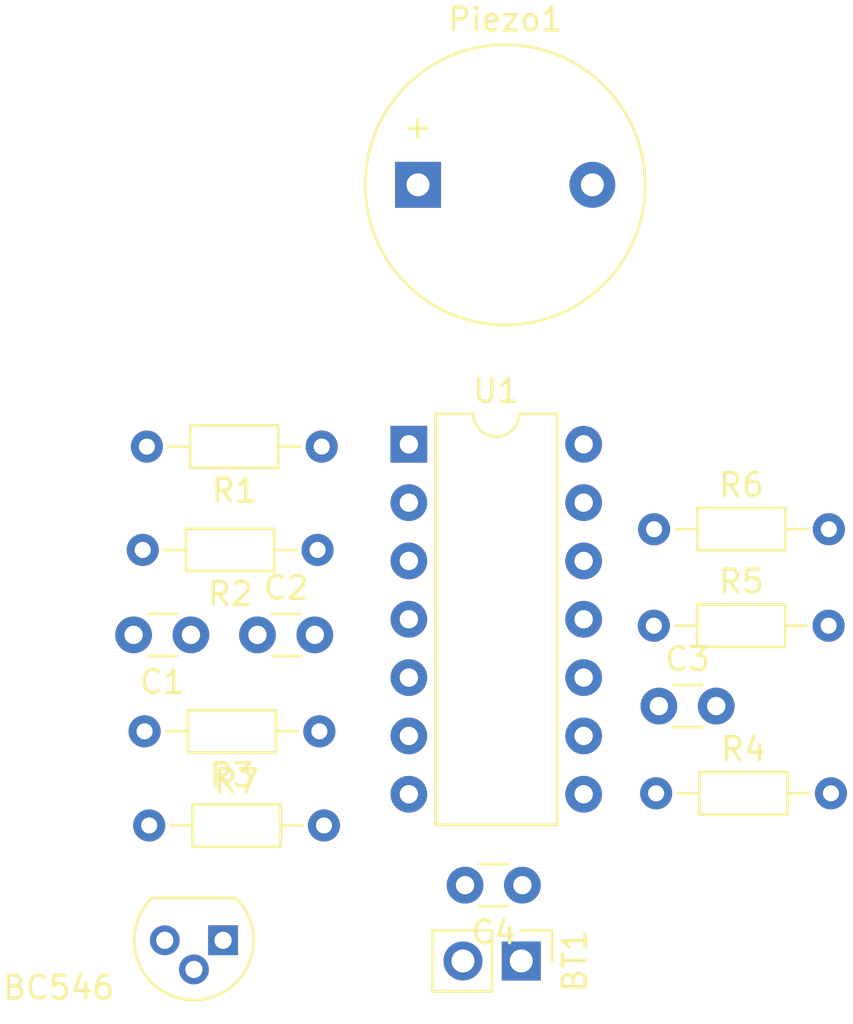
<source format=kicad_pcb>
(kicad_pcb (version 20221018) (generator pcbnew)
  (title_block (title "CD4069 Siren") (date "2023-09-14") (rev "0") (company "N/A") (comment 1 "N/A"))
  (layers (0 "F.Cu" signal) (31 "B.Cu" signal) (34 "B.Paste" user) (35 "F.Paste" user) (36 "B.SilkS" user "B.Silkscreen") (37 "F.SilkS" user "F.Silkscreen") (38 "B.Mask" user) (39 "F.Mask" user) (44 "Edge.Cuts" user))
  (net 0 "")
  (net 1 "/I1")
  (net 2 "Net-(BC546-B)")
  (net 3 "Net-(BC546-E)")
  (net 4 "+6V")
  (net 5 "GND")
  (net 6 "/I0")
  (net 7 "Net-(C1-Pad2)")
  (net 8 "Net-(C3-Pad1)")
  (net 9 "Net-(C3-Pad2)")
  (net 10 "Net-(Piezo1-Pad1)")
  (net 11 "Net-(R1-Pad1)")
  (net 12 "Net-(R2-Pad1)")
  (net 13 "Net-(R3-Pad1)")
  (net 14 "Net-(R5-Pad1)")
  (net 15 "Net-(R6-Pad1)")
  (footprint "Capacitor_THT:C_Disc_D3.0mm_W1.6mm_P2.50mm" (layer "F.Cu") (at 93.8 62.9 180)
    (fp_text reference "C1" (at 1.25 -2.05) (layer "F.SilkS"))
    (fp_text value "10n")
    (fp_line (start 0.621 -0.92) (end 1.879 -0.92) (stroke (width 0.12)) (layer "F.SilkS"))
    (fp_line (start 0.621 0.92) (end 1.879 0.92) (stroke (width 0.12)) (layer "F.SilkS"))
    (pad "1" thru_hole circle (at 0 0 180) (size 1.6 1.6) (drill 0.8) (layers "*.Cu" "*.Mask") (net 6 "/I0"))
    (pad "2" thru_hole circle (at 2.5 0 180) (size 1.6 1.6) (drill 0.8) (layers "*.Cu" "*.Mask") (net 7 "Net-(C1-Pad2)"))
  )
  (footprint "Resistor_THT:R_Axial_DIN0204_L3.6mm_D1.6mm_P7.62mm_Horizontal" (layer "F.Cu") (at 113.99 58.3)
    (fp_text reference "R6" (at 3.81 -1.92) (layer "F.SilkS"))
    (fp_text value "10k")
    (fp_line (start 0.94 0) (end 1.89 0) (stroke (width 0.12)) (layer "F.SilkS"))
    (fp_line (start 1.89 -0.92) (end 1.89 0.92) (stroke (width 0.12)) (layer "F.SilkS"))
    (fp_line (start 1.89 0.92) (end 5.73 0.92) (stroke (width 0.12)) (layer "F.SilkS"))
    (fp_line (start 5.73 -0.92) (end 1.89 -0.92) (stroke (width 0.12)) (layer "F.SilkS"))
    (fp_line (start 5.73 0.92) (end 5.73 -0.92) (stroke (width 0.12)) (layer "F.SilkS"))
    (fp_line (start 6.68 0) (end 5.73 0) (stroke (width 0.12)) (layer "F.SilkS"))
    (pad "1" thru_hole circle (at 0 0) (size 1.4 1.4) (drill 0.7) (layers "*.Cu" "*.Mask") (net 15 "Net-(R6-Pad1)"))
    (pad "2" thru_hole oval (at 7.62 0) (size 1.4 1.4) (drill 0.7) (layers "*.Cu" "*.Mask") (net 9 "Net-(C3-Pad2)"))
  )
  (footprint "Connector_PinHeader_2.54mm:PinHeader_1x02_P2.54mm_Vertical" (layer "F.Cu") (at 108.2 77.1 -90)
    (fp_text reference "BT1" (at 0 -2.33 90) (layer "F.SilkS"))
    (fp_text value "Battery")
    (fp_line (start -1.33 -1.33) (end 0 -1.33) (stroke (width 0.12)) (layer "F.SilkS"))
    (fp_line (start -1.33 0) (end -1.33 -1.33) (stroke (width 0.12)) (layer "F.SilkS"))
    (fp_line (start -1.33 1.27) (end -1.33 3.87) (stroke (width 0.12)) (layer "F.SilkS"))
    (fp_line (start -1.33 1.27) (end 1.33 1.27) (stroke (width 0.12)) (layer "F.SilkS"))
    (fp_line (start -1.33 3.87) (end 1.33 3.87) (stroke (width 0.12)) (layer "F.SilkS"))
    (fp_line (start 1.33 1.27) (end 1.33 3.87) (stroke (width 0.12)) (layer "F.SilkS"))
    (pad "1" thru_hole rect (at 0 0 270) (size 1.7 1.7) (drill 1) (layers "*.Cu" "*.Mask") (net 4 "+6V"))
    (pad "2" thru_hole oval (at 0 2.54 270) (size 1.7 1.7) (drill 1) (layers "*.Cu" "*.Mask") (net 5 "GND"))
  )
  (footprint "Resistor_THT:R_Axial_DIN0204_L3.6mm_D1.6mm_P7.62mm_Horizontal" (layer "F.Cu") (at 99.4 67.1 180)
    (fp_text reference "R3" (at 3.81 -1.92) (layer "F.SilkS"))
    (fp_text value "3.3k")
    (fp_line (start 0.94 0) (end 1.89 0) (stroke (width 0.12)) (layer "F.SilkS"))
    (fp_line (start 1.89 -0.92) (end 1.89 0.92) (stroke (width 0.12)) (layer "F.SilkS"))
    (fp_line (start 1.89 0.92) (end 5.73 0.92) (stroke (width 0.12)) (layer "F.SilkS"))
    (fp_line (start 5.73 -0.92) (end 1.89 -0.92) (stroke (width 0.12)) (layer "F.SilkS"))
    (fp_line (start 5.73 0.92) (end 5.73 -0.92) (stroke (width 0.12)) (layer "F.SilkS"))
    (fp_line (start 6.68 0) (end 5.73 0) (stroke (width 0.12)) (layer "F.SilkS"))
    (pad "1" thru_hole circle (at 0 0 180) (size 1.4 1.4) (drill 0.7) (layers "*.Cu" "*.Mask") (net 13 "Net-(R3-Pad1)"))
    (pad "2" thru_hole oval (at 7.62 0 180) (size 1.4 1.4) (drill 0.7) (layers "*.Cu" "*.Mask") (net 10 "Net-(Piezo1-Pad1)"))
  )
  (footprint "Capacitor_THT:C_Disc_D3.0mm_W1.6mm_P2.50mm" (layer "F.Cu") (at 114.2 66)
    (fp_text reference "C3" (at 1.25 -2.05) (layer "F.SilkS"))
    (fp_text value "1u")
    (fp_line (start 0.621 -0.92) (end 1.879 -0.92) (stroke (width 0.12)) (layer "F.SilkS"))
    (fp_line (start 0.621 0.92) (end 1.879 0.92) (stroke (width 0.12)) (layer "F.SilkS"))
    (pad "1" thru_hole circle (at 0 0) (size 1.6 1.6) (drill 0.8) (layers "*.Cu" "*.Mask") (net 8 "Net-(C3-Pad1)"))
    (pad "2" thru_hole circle (at 2.5 0) (size 1.6 1.6) (drill 0.8) (layers "*.Cu" "*.Mask") (net 9 "Net-(C3-Pad2)"))
  )
  (footprint "Resistor_THT:R_Axial_DIN0204_L3.6mm_D1.6mm_P7.62mm_Horizontal" (layer "F.Cu") (at 114.08 69.8)
    (fp_text reference "R4" (at 3.81 -1.92) (layer "F.SilkS"))
    (fp_text value "R")
    (fp_line (start 0.94 0) (end 1.89 0) (stroke (width 0.12)) (layer "F.SilkS"))
    (fp_line (start 1.89 -0.92) (end 1.89 0.92) (stroke (width 0.12)) (layer "F.SilkS"))
    (fp_line (start 1.89 0.92) (end 5.73 0.92) (stroke (width 0.12)) (layer "F.SilkS"))
    (fp_line (start 5.73 -0.92) (end 1.89 -0.92) (stroke (width 0.12)) (layer "F.SilkS"))
    (fp_line (start 5.73 0.92) (end 5.73 -0.92) (stroke (width 0.12)) (layer "F.SilkS"))
    (fp_line (start 6.68 0) (end 5.73 0) (stroke (width 0.12)) (layer "F.SilkS"))
    (pad "1" thru_hole circle (at 0 0) (size 1.4 1.4) (drill 0.7) (layers "*.Cu" "*.Mask") (net 8 "Net-(C3-Pad1)"))
    (pad "2" thru_hole oval (at 7.62 0) (size 1.4 1.4) (drill 0.7) (layers "*.Cu" "*.Mask") (net 2 "Net-(BC546-B)"))
  )
  (footprint "Capacitor_THT:C_Disc_D3.0mm_W1.6mm_P2.50mm" (layer "F.Cu") (at 108.25 73.8 180)
    (fp_text reference "C4" (at 1.25 -2.05) (layer "F.SilkS"))
    (fp_text value "100n")
    (fp_line (start 0.621 -0.92) (end 1.879 -0.92) (stroke (width 0.12)) (layer "F.SilkS"))
    (fp_line (start 0.621 0.92) (end 1.879 0.92) (stroke (width 0.12)) (layer "F.SilkS"))
    (pad "1" thru_hole circle (at 0 0 180) (size 1.6 1.6) (drill 0.8) (layers "*.Cu" "*.Mask") (net 4 "+6V"))
    (pad "2" thru_hole circle (at 2.5 0 180) (size 1.6 1.6) (drill 0.8) (layers "*.Cu" "*.Mask") (net 5 "GND"))
  )
  (footprint "Resistor_THT:R_Axial_DIN0204_L3.6mm_D1.6mm_P7.62mm_Horizontal" (layer "F.Cu") (at 99.32 59.2 180)
    (fp_text reference "R2" (at 3.81 -1.92) (layer "F.SilkS"))
    (fp_text value "10k")
    (fp_line (start 0.94 0) (end 1.89 0) (stroke (width 0.12)) (layer "F.SilkS"))
    (fp_line (start 1.89 -0.92) (end 1.89 0.92) (stroke (width 0.12)) (layer "F.SilkS"))
    (fp_line (start 1.89 0.92) (end 5.73 0.92) (stroke (width 0.12)) (layer "F.SilkS"))
    (fp_line (start 5.73 -0.92) (end 1.89 -0.92) (stroke (width 0.12)) (layer "F.SilkS"))
    (fp_line (start 5.73 0.92) (end 5.73 -0.92) (stroke (width 0.12)) (layer "F.SilkS"))
    (fp_line (start 6.68 0) (end 5.73 0) (stroke (width 0.12)) (layer "F.SilkS"))
    (pad "1" thru_hole circle (at 0 0 180) (size 1.4 1.4) (drill 0.7) (layers "*.Cu" "*.Mask") (net 12 "Net-(R2-Pad1)"))
    (pad "2" thru_hole oval (at 7.62 0 180) (size 1.4 1.4) (drill 0.7) (layers "*.Cu" "*.Mask") (net 7 "Net-(C1-Pad2)"))
  )
  (footprint "Resistor_THT:R_Axial_DIN0204_L3.6mm_D1.6mm_P7.62mm_Horizontal" (layer "F.Cu") (at 113.98 62.5)
    (fp_text reference "R5" (at 3.81 -1.92) (layer "F.SilkS"))
    (fp_text value "100k")
    (fp_line (start 0.94 0) (end 1.89 0) (stroke (width 0.12)) (layer "F.SilkS"))
    (fp_line (start 1.89 -0.92) (end 1.89 0.92) (stroke (width 0.12)) (layer "F.SilkS"))
    (fp_line (start 1.89 0.92) (end 5.73 0.92) (stroke (width 0.12)) (layer "F.SilkS"))
    (fp_line (start 5.73 -0.92) (end 1.89 -0.92) (stroke (width 0.12)) (layer "F.SilkS"))
    (fp_line (start 5.73 0.92) (end 5.73 -0.92) (stroke (width 0.12)) (layer "F.SilkS"))
    (fp_line (start 6.68 0) (end 5.73 0) (stroke (width 0.12)) (layer "F.SilkS"))
    (pad "1" thru_hole circle (at 0 0) (size 1.4 1.4) (drill 0.7) (layers "*.Cu" "*.Mask") (net 14 "Net-(R5-Pad1)"))
    (pad "2" thru_hole oval (at 7.62 0) (size 1.4 1.4) (drill 0.7) (layers "*.Cu" "*.Mask") (net 9 "Net-(C3-Pad2)"))
  )
  (footprint "Package_DIP:DIP-14_W7.62mm" (layer "F.Cu") (at 103.3 54.6)
    (fp_text reference "U1" (at 3.81 -2.33) (layer "F.SilkS"))
    (fp_text value "4069")
    (fp_line (start 1.16 -1.33) (end 1.16 16.57) (stroke (width 0.12)) (layer "F.SilkS"))
    (fp_line (start 1.16 16.57) (end 6.46 16.57) (stroke (width 0.12)) (layer "F.SilkS"))
    (fp_line (start 2.81 -1.33) (end 1.16 -1.33) (stroke (width 0.12)) (layer "F.SilkS"))
    (fp_line (start 6.46 -1.33) (end 4.81 -1.33) (stroke (width 0.12)) (layer "F.SilkS"))
    (fp_line (start 6.46 16.57) (end 6.46 -1.33) (stroke (width 0.12)) (layer "F.SilkS"))
    (fp_arc (start 4.81 -1.33) (mid 3.81 -0.33) (end 2.81 -1.33) (stroke (width 0.12)) (layer "F.SilkS"))
    (pad "1" thru_hole rect (at 0 0) (size 1.6 1.6) (drill 0.8) (layers "*.Cu" "*.Mask") (net 11 "Net-(R1-Pad1)"))
    (pad "2" thru_hole oval (at 0 2.54) (size 1.6 1.6) (drill 0.8) (layers "*.Cu" "*.Mask") (net 12 "Net-(R2-Pad1)"))
    (pad "3" thru_hole oval (at 0 5.08) (size 1.6 1.6) (drill 0.8) (layers "*.Cu" "*.Mask") (net 12 "Net-(R2-Pad1)"))
    (pad "4" thru_hole oval (at 0 7.62) (size 1.6 1.6) (drill 0.8) (layers "*.Cu" "*.Mask") (net 6 "/I0"))
    (pad "5" thru_hole oval (at 0 10.16) (size 1.6 1.6) (drill 0.8) (layers "*.Cu" "*.Mask") (net 6 "/I0"))
    (pad "6" thru_hole oval (at 0 12.7) (size 1.6 1.6) (drill 0.8) (layers "*.Cu" "*.Mask") (net 13 "Net-(R3-Pad1)"))
    (pad "7" thru_hole oval (at 0 15.24) (size 1.6 1.6) (drill 0.8) (layers "*.Cu" "*.Mask") (net 5 "GND"))
    (pad "8" thru_hole oval (at 7.62 15.24) (size 1.6 1.6) (drill 0.8) (layers "*.Cu" "*.Mask") (net 8 "Net-(C3-Pad1)"))
    (pad "9" thru_hole oval (at 7.62 12.7) (size 1.6 1.6) (drill 0.8) (layers "*.Cu" "*.Mask") (net 14 "Net-(R5-Pad1)"))
    (pad "10" thru_hole oval (at 7.62 10.16) (size 1.6 1.6) (drill 0.8) (layers "*.Cu" "*.Mask") (net 14 "Net-(R5-Pad1)"))
    (pad "11" thru_hole oval (at 7.62 7.62) (size 1.6 1.6) (drill 0.8) (layers "*.Cu" "*.Mask") (net 15 "Net-(R6-Pad1)"))
    (pad "12" thru_hole oval (at 7.62 5.08) (size 1.6 1.6) (drill 0.8) (layers "*.Cu" "*.Mask"))
    (pad "13" thru_hole oval (at 7.62 2.54) (size 1.6 1.6) (drill 0.8) (layers "*.Cu" "*.Mask") (net 4 "+6V"))
    (pad "14" thru_hole oval (at 7.62 0) (size 1.6 1.6) (drill 0.8) (layers "*.Cu" "*.Mask") (net 4 "+6V"))
  )
  (footprint "Resistor_THT:R_Axial_DIN0204_L3.6mm_D1.6mm_P7.62mm_Horizontal" (layer "F.Cu") (at 91.98 71.2)
    (fp_text reference "R7" (at 3.81 -1.92) (layer "F.SilkS"))
    (fp_text value "100")
    (fp_line (start 0.94 0) (end 1.89 0) (stroke (width 0.12)) (layer "F.SilkS"))
    (fp_line (start 1.89 -0.92) (end 1.89 0.92) (stroke (width 0.12)) (layer "F.SilkS"))
    (fp_line (start 1.89 0.92) (end 5.73 0.92) (stroke (width 0.12)) (layer "F.SilkS"))
    (fp_line (start 5.73 -0.92) (end 1.89 -0.92) (stroke (width 0.12)) (layer "F.SilkS"))
    (fp_line (start 5.73 0.92) (end 5.73 -0.92) (stroke (width 0.12)) (layer "F.SilkS"))
    (fp_line (start 6.68 0) (end 5.73 0) (stroke (width 0.12)) (layer "F.SilkS"))
    (pad "1" thru_hole circle (at 0 0) (size 1.4 1.4) (drill 0.7) (layers "*.Cu" "*.Mask") (net 3 "Net-(BC546-E)"))
    (pad "2" thru_hole oval (at 7.62 0) (size 1.4 1.4) (drill 0.7) (layers "*.Cu" "*.Mask") (net 5 "GND"))
  )
  (footprint "Capacitor_THT:C_Disc_D3.0mm_W1.6mm_P2.50mm" (layer "F.Cu") (at 96.7 62.9)
    (fp_text reference "C2" (at 1.25 -2.05) (layer "F.SilkS"))
    (fp_text value "10n")
    (fp_line (start 0.621 -0.92) (end 1.879 -0.92) (stroke (width 0.12)) (layer "F.SilkS"))
    (fp_line (start 0.621 0.92) (end 1.879 0.92) (stroke (width 0.12)) (layer "F.SilkS"))
    (pad "1" thru_hole circle (at 0 0) (size 1.6 1.6) (drill 0.8) (layers "*.Cu" "*.Mask") (net 7 "Net-(C1-Pad2)"))
    (pad "2" thru_hole circle (at 2.5 0) (size 1.6 1.6) (drill 0.8) (layers "*.Cu" "*.Mask") (net 1 "/I1"))
  )
  (footprint "Resistor_THT:R_Axial_DIN0204_L3.6mm_D1.6mm_P7.62mm_Horizontal" (layer "F.Cu") (at 99.5 54.7 180)
    (fp_text reference "R1" (at 3.81 -1.92) (layer "F.SilkS"))
    (fp_text value "10k")
    (fp_line (start 0.94 0) (end 1.89 0) (stroke (width 0.12)) (layer "F.SilkS"))
    (fp_line (start 1.89 -0.92) (end 1.89 0.92) (stroke (width 0.12)) (layer "F.SilkS"))
    (fp_line (start 1.89 0.92) (end 5.73 0.92) (stroke (width 0.12)) (layer "F.SilkS"))
    (fp_line (start 5.73 -0.92) (end 1.89 -0.92) (stroke (width 0.12)) (layer "F.SilkS"))
    (fp_line (start 5.73 0.92) (end 5.73 -0.92) (stroke (width 0.12)) (layer "F.SilkS"))
    (fp_line (start 6.68 0) (end 5.73 0) (stroke (width 0.12)) (layer "F.SilkS"))
    (pad "1" thru_hole circle (at 0 0 180) (size 1.4 1.4) (drill 0.7) (layers "*.Cu" "*.Mask") (net 11 "Net-(R1-Pad1)"))
    (pad "2" thru_hole oval (at 7.62 0 180) (size 1.4 1.4) (drill 0.7) (layers "*.Cu" "*.Mask") (net 7 "Net-(C1-Pad2)"))
  )
  (footprint "Package_TO_SOT_THT:TO-92" (layer "F.Cu") (at 95.2 76.2 180)
    (fp_text reference "BC546" (at 7.17 -2.06) (layer "F.SilkS"))
    (fp_text value "NPN")
    (fp_line (start -0.53 1.85) (end 3.07 1.85) (stroke (width 0.12)) (layer "F.SilkS"))
    (fp_arc (start -0.568478 1.838478) (mid -1.132087 -0.994977) (end 1.27 -2.6) (stroke (width 0.12)) (layer "F.SilkS"))
    (fp_arc (start 1.27 -2.6) (mid 3.672087 -0.994977) (end 3.108478 1.838478) (stroke (width 0.12)) (layer "F.SilkS"))
    (pad "1" thru_hole rect (at 0 0 180) (size 1.3 1.3) (drill 0.75) (layers "*.Cu" "*.Mask") (net 1 "/I1"))
    (pad "2" thru_hole circle (at 1.27 -1.27 180) (size 1.3 1.3) (drill 0.75) (layers "*.Cu" "*.Mask") (net 2 "Net-(BC546-B)"))
    (pad "3" thru_hole circle (at 2.54 0 180) (size 1.3 1.3) (drill 0.75) (layers "*.Cu" "*.Mask") (net 3 "Net-(BC546-E)"))
  )
  (footprint "Buzzer_Beeper:Buzzer_12x9.5RM7.6" (layer "F.Cu") (at 103.7 43.3)
    (fp_text reference "Piezo1" (at 3.8 -7.2) (layer "F.SilkS"))
    (fp_text value "SG1")
    (fp_text user "+" (at -0.01 -2.54) (layer "F.SilkS"))
    (fp_circle (center 3.8 0) (end 9.9 0) (stroke (width 0.12)) (fill none) (layer "F.SilkS"))
    (pad "1" thru_hole rect (at 0 0) (size 2 2) (drill 1) (layers "*.Cu" "*.Mask") (net 10 "Net-(Piezo1-Pad1)"))
    (pad "2" thru_hole circle (at 7.6 0) (size 2 2) (drill 1) (layers "*.Cu" "*.Mask") (net 6 "/I0"))
  )
)
</source>
